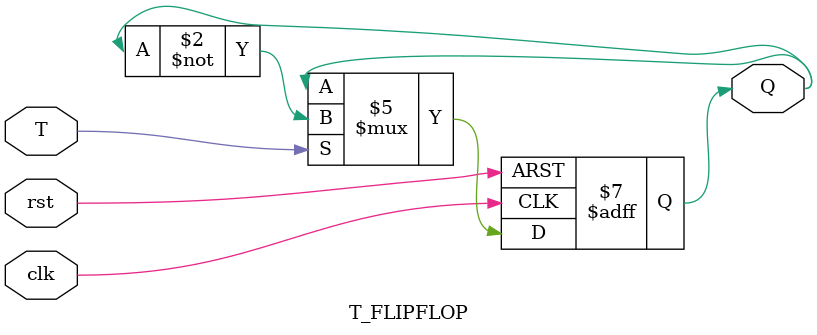
<source format=v>

module T_FLIPFLOP(
    input  wire clk, rst, T,
    output reg Q 	  
);

  initial begin
     Q<=1'b0;
	 end
  
  
	 always @(posedge clk or posedge rst) begin
	
        if (rst)
            Q <= 1'b0;       // Reset
        else if (T)
            Q <= ~Q;         // Toggle if T=1
        else
            Q <= Q;          // Hold if T=0
    end
endmodule

</source>
